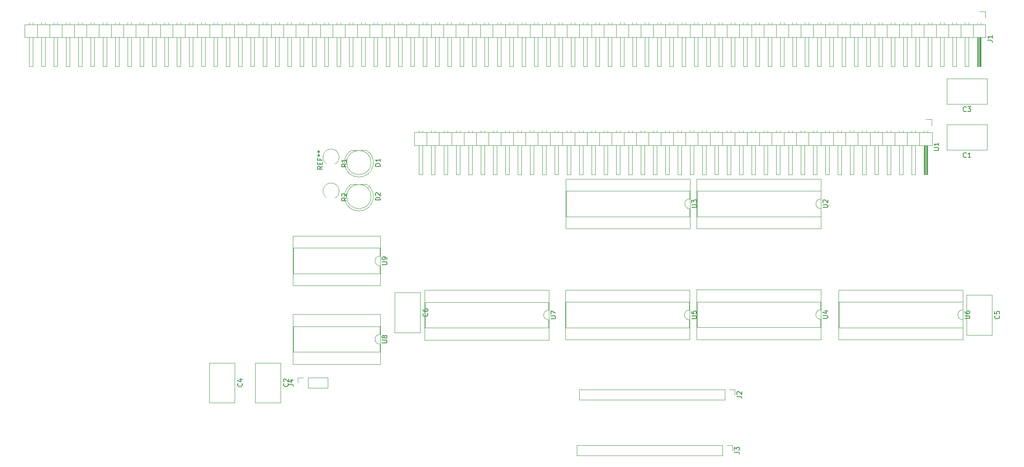
<source format=gbr>
%TF.GenerationSoftware,KiCad,Pcbnew,6.0.1-79c1e3a40b~116~ubuntu21.10.1*%
%TF.CreationDate,2022-02-14T17:39:21+01:00*%
%TF.ProjectId,dual_register,6475616c-5f72-4656-9769-737465722e6b,v.1*%
%TF.SameCoordinates,Original*%
%TF.FileFunction,Legend,Top*%
%TF.FilePolarity,Positive*%
%FSLAX46Y46*%
G04 Gerber Fmt 4.6, Leading zero omitted, Abs format (unit mm)*
G04 Created by KiCad (PCBNEW 6.0.1-79c1e3a40b~116~ubuntu21.10.1) date 2022-02-14 17:39:21*
%MOMM*%
%LPD*%
G01*
G04 APERTURE LIST*
%ADD10C,0.150000*%
%ADD11C,0.120000*%
G04 APERTURE END LIST*
D10*
%TO.C,C5*%
X231667142Y-89696666D02*
X231714761Y-89744285D01*
X231762380Y-89887142D01*
X231762380Y-89982380D01*
X231714761Y-90125238D01*
X231619523Y-90220476D01*
X231524285Y-90268095D01*
X231333809Y-90315714D01*
X231190952Y-90315714D01*
X231000476Y-90268095D01*
X230905238Y-90220476D01*
X230810000Y-90125238D01*
X230762380Y-89982380D01*
X230762380Y-89887142D01*
X230810000Y-89744285D01*
X230857619Y-89696666D01*
X230762380Y-88791904D02*
X230762380Y-89268095D01*
X231238571Y-89315714D01*
X231190952Y-89268095D01*
X231143333Y-89172857D01*
X231143333Y-88934761D01*
X231190952Y-88839523D01*
X231238571Y-88791904D01*
X231333809Y-88744285D01*
X231571904Y-88744285D01*
X231667142Y-88791904D01*
X231714761Y-88839523D01*
X231762380Y-88934761D01*
X231762380Y-89172857D01*
X231714761Y-89268095D01*
X231667142Y-89315714D01*
%TO.C,D1*%
X103972380Y-58763095D02*
X102972380Y-58763095D01*
X102972380Y-58525000D01*
X103020000Y-58382142D01*
X103115238Y-58286904D01*
X103210476Y-58239285D01*
X103400952Y-58191666D01*
X103543809Y-58191666D01*
X103734285Y-58239285D01*
X103829523Y-58286904D01*
X103924761Y-58382142D01*
X103972380Y-58525000D01*
X103972380Y-58763095D01*
X103972380Y-57239285D02*
X103972380Y-57810714D01*
X103972380Y-57525000D02*
X102972380Y-57525000D01*
X103115238Y-57620238D01*
X103210476Y-57715476D01*
X103258095Y-57810714D01*
%TO.C,U1*%
X218244380Y-55512404D02*
X219053904Y-55512404D01*
X219149142Y-55464785D01*
X219196761Y-55417166D01*
X219244380Y-55321928D01*
X219244380Y-55131452D01*
X219196761Y-55036214D01*
X219149142Y-54988595D01*
X219053904Y-54940976D01*
X218244380Y-54940976D01*
X219244380Y-53940976D02*
X219244380Y-54512404D01*
X219244380Y-54226690D02*
X218244380Y-54226690D01*
X218387238Y-54321928D01*
X218482476Y-54417166D01*
X218530095Y-54512404D01*
%TO.C,C1*%
X224893333Y-56887142D02*
X224845714Y-56934761D01*
X224702857Y-56982380D01*
X224607619Y-56982380D01*
X224464761Y-56934761D01*
X224369523Y-56839523D01*
X224321904Y-56744285D01*
X224274285Y-56553809D01*
X224274285Y-56410952D01*
X224321904Y-56220476D01*
X224369523Y-56125238D01*
X224464761Y-56030000D01*
X224607619Y-55982380D01*
X224702857Y-55982380D01*
X224845714Y-56030000D01*
X224893333Y-56077619D01*
X225845714Y-56982380D02*
X225274285Y-56982380D01*
X225560000Y-56982380D02*
X225560000Y-55982380D01*
X225464761Y-56125238D01*
X225369523Y-56220476D01*
X225274285Y-56268095D01*
%TO.C,C2*%
X84917142Y-103696666D02*
X84964761Y-103744285D01*
X85012380Y-103887142D01*
X85012380Y-103982380D01*
X84964761Y-104125238D01*
X84869523Y-104220476D01*
X84774285Y-104268095D01*
X84583809Y-104315714D01*
X84440952Y-104315714D01*
X84250476Y-104268095D01*
X84155238Y-104220476D01*
X84060000Y-104125238D01*
X84012380Y-103982380D01*
X84012380Y-103887142D01*
X84060000Y-103744285D01*
X84107619Y-103696666D01*
X84107619Y-103315714D02*
X84060000Y-103268095D01*
X84012380Y-103172857D01*
X84012380Y-102934761D01*
X84060000Y-102839523D01*
X84107619Y-102791904D01*
X84202857Y-102744285D01*
X84298095Y-102744285D01*
X84440952Y-102791904D01*
X85012380Y-103363333D01*
X85012380Y-102744285D01*
%TO.C,R1*%
X96982380Y-58321666D02*
X96506190Y-58655000D01*
X96982380Y-58893095D02*
X95982380Y-58893095D01*
X95982380Y-58512142D01*
X96030000Y-58416904D01*
X96077619Y-58369285D01*
X96172857Y-58321666D01*
X96315714Y-58321666D01*
X96410952Y-58369285D01*
X96458571Y-58416904D01*
X96506190Y-58512142D01*
X96506190Y-58893095D01*
X96982380Y-57369285D02*
X96982380Y-57940714D01*
X96982380Y-57655000D02*
X95982380Y-57655000D01*
X96125238Y-57750238D01*
X96220476Y-57845476D01*
X96268095Y-57940714D01*
%TO.C,U5*%
X168207380Y-90271904D02*
X169016904Y-90271904D01*
X169112142Y-90224285D01*
X169159761Y-90176666D01*
X169207380Y-90081428D01*
X169207380Y-89890952D01*
X169159761Y-89795714D01*
X169112142Y-89748095D01*
X169016904Y-89700476D01*
X168207380Y-89700476D01*
X168207380Y-88748095D02*
X168207380Y-89224285D01*
X168683571Y-89271904D01*
X168635952Y-89224285D01*
X168588333Y-89129047D01*
X168588333Y-88890952D01*
X168635952Y-88795714D01*
X168683571Y-88748095D01*
X168778809Y-88700476D01*
X169016904Y-88700476D01*
X169112142Y-88748095D01*
X169159761Y-88795714D01*
X169207380Y-88890952D01*
X169207380Y-89129047D01*
X169159761Y-89224285D01*
X169112142Y-89271904D01*
%TO.C,D2*%
X103972380Y-65788095D02*
X102972380Y-65788095D01*
X102972380Y-65550000D01*
X103020000Y-65407142D01*
X103115238Y-65311904D01*
X103210476Y-65264285D01*
X103400952Y-65216666D01*
X103543809Y-65216666D01*
X103734285Y-65264285D01*
X103829523Y-65311904D01*
X103924761Y-65407142D01*
X103972380Y-65550000D01*
X103972380Y-65788095D01*
X103067619Y-64835714D02*
X103020000Y-64788095D01*
X102972380Y-64692857D01*
X102972380Y-64454761D01*
X103020000Y-64359523D01*
X103067619Y-64311904D01*
X103162857Y-64264285D01*
X103258095Y-64264285D01*
X103400952Y-64311904D01*
X103972380Y-64883333D01*
X103972380Y-64264285D01*
%TO.C,C6*%
X113667142Y-89196666D02*
X113714761Y-89244285D01*
X113762380Y-89387142D01*
X113762380Y-89482380D01*
X113714761Y-89625238D01*
X113619523Y-89720476D01*
X113524285Y-89768095D01*
X113333809Y-89815714D01*
X113190952Y-89815714D01*
X113000476Y-89768095D01*
X112905238Y-89720476D01*
X112810000Y-89625238D01*
X112762380Y-89482380D01*
X112762380Y-89387142D01*
X112810000Y-89244285D01*
X112857619Y-89196666D01*
X112762380Y-88339523D02*
X112762380Y-88530000D01*
X112810000Y-88625238D01*
X112857619Y-88672857D01*
X113000476Y-88768095D01*
X113190952Y-88815714D01*
X113571904Y-88815714D01*
X113667142Y-88768095D01*
X113714761Y-88720476D01*
X113762380Y-88625238D01*
X113762380Y-88434761D01*
X113714761Y-88339523D01*
X113667142Y-88291904D01*
X113571904Y-88244285D01*
X113333809Y-88244285D01*
X113238571Y-88291904D01*
X113190952Y-88339523D01*
X113143333Y-88434761D01*
X113143333Y-88625238D01*
X113190952Y-88720476D01*
X113238571Y-88768095D01*
X113333809Y-88815714D01*
%TO.C,U2*%
X195323380Y-67301904D02*
X196132904Y-67301904D01*
X196228142Y-67254285D01*
X196275761Y-67206666D01*
X196323380Y-67111428D01*
X196323380Y-66920952D01*
X196275761Y-66825714D01*
X196228142Y-66778095D01*
X196132904Y-66730476D01*
X195323380Y-66730476D01*
X195418619Y-66301904D02*
X195371000Y-66254285D01*
X195323380Y-66159047D01*
X195323380Y-65920952D01*
X195371000Y-65825714D01*
X195418619Y-65778095D01*
X195513857Y-65730476D01*
X195609095Y-65730476D01*
X195751952Y-65778095D01*
X196323380Y-66349523D01*
X196323380Y-65730476D01*
%TO.C,U6*%
X224617380Y-90251904D02*
X225426904Y-90251904D01*
X225522142Y-90204285D01*
X225569761Y-90156666D01*
X225617380Y-90061428D01*
X225617380Y-89870952D01*
X225569761Y-89775714D01*
X225522142Y-89728095D01*
X225426904Y-89680476D01*
X224617380Y-89680476D01*
X224617380Y-88775714D02*
X224617380Y-88966190D01*
X224665000Y-89061428D01*
X224712619Y-89109047D01*
X224855476Y-89204285D01*
X225045952Y-89251904D01*
X225426904Y-89251904D01*
X225522142Y-89204285D01*
X225569761Y-89156666D01*
X225617380Y-89061428D01*
X225617380Y-88870952D01*
X225569761Y-88775714D01*
X225522142Y-88728095D01*
X225426904Y-88680476D01*
X225188809Y-88680476D01*
X225093571Y-88728095D01*
X225045952Y-88775714D01*
X224998333Y-88870952D01*
X224998333Y-89061428D01*
X225045952Y-89156666D01*
X225093571Y-89204285D01*
X225188809Y-89251904D01*
%TO.C,C4*%
X75417142Y-103696666D02*
X75464761Y-103744285D01*
X75512380Y-103887142D01*
X75512380Y-103982380D01*
X75464761Y-104125238D01*
X75369523Y-104220476D01*
X75274285Y-104268095D01*
X75083809Y-104315714D01*
X74940952Y-104315714D01*
X74750476Y-104268095D01*
X74655238Y-104220476D01*
X74560000Y-104125238D01*
X74512380Y-103982380D01*
X74512380Y-103887142D01*
X74560000Y-103744285D01*
X74607619Y-103696666D01*
X74845714Y-102839523D02*
X75512380Y-102839523D01*
X74464761Y-103077619D02*
X75179047Y-103315714D01*
X75179047Y-102696666D01*
%TO.C,J1*%
X229282380Y-32748333D02*
X229996666Y-32748333D01*
X230139523Y-32795952D01*
X230234761Y-32891190D01*
X230282380Y-33034047D01*
X230282380Y-33129285D01*
X230282380Y-31748333D02*
X230282380Y-32319761D01*
X230282380Y-32034047D02*
X229282380Y-32034047D01*
X229425238Y-32129285D01*
X229520476Y-32224523D01*
X229568095Y-32319761D01*
X92013380Y-58842333D02*
X91537190Y-59175666D01*
X92013380Y-59413761D02*
X91013380Y-59413761D01*
X91013380Y-59032809D01*
X91061000Y-58937571D01*
X91108619Y-58889952D01*
X91203857Y-58842333D01*
X91346714Y-58842333D01*
X91441952Y-58889952D01*
X91489571Y-58937571D01*
X91537190Y-59032809D01*
X91537190Y-59413761D01*
X91489571Y-58413761D02*
X91489571Y-58080428D01*
X92013380Y-57937571D02*
X92013380Y-58413761D01*
X91013380Y-58413761D01*
X91013380Y-57937571D01*
X91489571Y-57175666D02*
X91489571Y-57509000D01*
X92013380Y-57509000D02*
X91013380Y-57509000D01*
X91013380Y-57032809D01*
X91013380Y-56509000D02*
X91251476Y-56509000D01*
X91156238Y-56747095D02*
X91251476Y-56509000D01*
X91156238Y-56270904D01*
X91441952Y-56651857D02*
X91251476Y-56509000D01*
X91441952Y-56366142D01*
X91013380Y-55747095D02*
X91251476Y-55747095D01*
X91156238Y-55985190D02*
X91251476Y-55747095D01*
X91156238Y-55509000D01*
X91441952Y-55889952D02*
X91251476Y-55747095D01*
X91441952Y-55604238D01*
%TO.C,R2*%
X96982380Y-65346666D02*
X96506190Y-65680000D01*
X96982380Y-65918095D02*
X95982380Y-65918095D01*
X95982380Y-65537142D01*
X96030000Y-65441904D01*
X96077619Y-65394285D01*
X96172857Y-65346666D01*
X96315714Y-65346666D01*
X96410952Y-65394285D01*
X96458571Y-65441904D01*
X96506190Y-65537142D01*
X96506190Y-65918095D01*
X96077619Y-64965714D02*
X96030000Y-64918095D01*
X95982380Y-64822857D01*
X95982380Y-64584761D01*
X96030000Y-64489523D01*
X96077619Y-64441904D01*
X96172857Y-64394285D01*
X96268095Y-64394285D01*
X96410952Y-64441904D01*
X96982380Y-65013333D01*
X96982380Y-64394285D01*
%TO.C,J4*%
X85012380Y-103863333D02*
X85726666Y-103863333D01*
X85869523Y-103910952D01*
X85964761Y-104006190D01*
X86012380Y-104149047D01*
X86012380Y-104244285D01*
X85345714Y-102958571D02*
X86012380Y-102958571D01*
X84964761Y-103196666D02*
X85679047Y-103434761D01*
X85679047Y-102815714D01*
%TO.C,U4*%
X195317380Y-90201904D02*
X196126904Y-90201904D01*
X196222142Y-90154285D01*
X196269761Y-90106666D01*
X196317380Y-90011428D01*
X196317380Y-89820952D01*
X196269761Y-89725714D01*
X196222142Y-89678095D01*
X196126904Y-89630476D01*
X195317380Y-89630476D01*
X195650714Y-88725714D02*
X196317380Y-88725714D01*
X195269761Y-88963809D02*
X195984047Y-89201904D01*
X195984047Y-88582857D01*
%TO.C,J3*%
X177072380Y-117863333D02*
X177786666Y-117863333D01*
X177929523Y-117910952D01*
X178024761Y-118006190D01*
X178072380Y-118149047D01*
X178072380Y-118244285D01*
X177072380Y-117482380D02*
X177072380Y-116863333D01*
X177453333Y-117196666D01*
X177453333Y-117053809D01*
X177500952Y-116958571D01*
X177548571Y-116910952D01*
X177643809Y-116863333D01*
X177881904Y-116863333D01*
X177977142Y-116910952D01*
X178024761Y-116958571D01*
X178072380Y-117053809D01*
X178072380Y-117339523D01*
X178024761Y-117434761D01*
X177977142Y-117482380D01*
%TO.C,J2*%
X177572380Y-106363333D02*
X178286666Y-106363333D01*
X178429523Y-106410952D01*
X178524761Y-106506190D01*
X178572380Y-106649047D01*
X178572380Y-106744285D01*
X177667619Y-105934761D02*
X177620000Y-105887142D01*
X177572380Y-105791904D01*
X177572380Y-105553809D01*
X177620000Y-105458571D01*
X177667619Y-105410952D01*
X177762857Y-105363333D01*
X177858095Y-105363333D01*
X178000952Y-105410952D01*
X178572380Y-105982380D01*
X178572380Y-105363333D01*
%TO.C,U9*%
X104342380Y-79101904D02*
X105151904Y-79101904D01*
X105247142Y-79054285D01*
X105294761Y-79006666D01*
X105342380Y-78911428D01*
X105342380Y-78720952D01*
X105294761Y-78625714D01*
X105247142Y-78578095D01*
X105151904Y-78530476D01*
X104342380Y-78530476D01*
X105342380Y-78006666D02*
X105342380Y-77816190D01*
X105294761Y-77720952D01*
X105247142Y-77673333D01*
X105104285Y-77578095D01*
X104913809Y-77530476D01*
X104532857Y-77530476D01*
X104437619Y-77578095D01*
X104390000Y-77625714D01*
X104342380Y-77720952D01*
X104342380Y-77911428D01*
X104390000Y-78006666D01*
X104437619Y-78054285D01*
X104532857Y-78101904D01*
X104770952Y-78101904D01*
X104866190Y-78054285D01*
X104913809Y-78006666D01*
X104961428Y-77911428D01*
X104961428Y-77720952D01*
X104913809Y-77625714D01*
X104866190Y-77578095D01*
X104770952Y-77530476D01*
%TO.C,U7*%
X139157380Y-90291904D02*
X139966904Y-90291904D01*
X140062142Y-90244285D01*
X140109761Y-90196666D01*
X140157380Y-90101428D01*
X140157380Y-89910952D01*
X140109761Y-89815714D01*
X140062142Y-89768095D01*
X139966904Y-89720476D01*
X139157380Y-89720476D01*
X139157380Y-89339523D02*
X139157380Y-88672857D01*
X140157380Y-89101428D01*
%TO.C,U3*%
X168267380Y-67301904D02*
X169076904Y-67301904D01*
X169172142Y-67254285D01*
X169219761Y-67206666D01*
X169267380Y-67111428D01*
X169267380Y-66920952D01*
X169219761Y-66825714D01*
X169172142Y-66778095D01*
X169076904Y-66730476D01*
X168267380Y-66730476D01*
X168267380Y-66349523D02*
X168267380Y-65730476D01*
X168648333Y-66063809D01*
X168648333Y-65920952D01*
X168695952Y-65825714D01*
X168743571Y-65778095D01*
X168838809Y-65730476D01*
X169076904Y-65730476D01*
X169172142Y-65778095D01*
X169219761Y-65825714D01*
X169267380Y-65920952D01*
X169267380Y-66206666D01*
X169219761Y-66301904D01*
X169172142Y-66349523D01*
%TO.C,U8*%
X104342380Y-95301904D02*
X105151904Y-95301904D01*
X105247142Y-95254285D01*
X105294761Y-95206666D01*
X105342380Y-95111428D01*
X105342380Y-94920952D01*
X105294761Y-94825714D01*
X105247142Y-94778095D01*
X105151904Y-94730476D01*
X104342380Y-94730476D01*
X104770952Y-94111428D02*
X104723333Y-94206666D01*
X104675714Y-94254285D01*
X104580476Y-94301904D01*
X104532857Y-94301904D01*
X104437619Y-94254285D01*
X104390000Y-94206666D01*
X104342380Y-94111428D01*
X104342380Y-93920952D01*
X104390000Y-93825714D01*
X104437619Y-93778095D01*
X104532857Y-93730476D01*
X104580476Y-93730476D01*
X104675714Y-93778095D01*
X104723333Y-93825714D01*
X104770952Y-93920952D01*
X104770952Y-94111428D01*
X104818571Y-94206666D01*
X104866190Y-94254285D01*
X104961428Y-94301904D01*
X105151904Y-94301904D01*
X105247142Y-94254285D01*
X105294761Y-94206666D01*
X105342380Y-94111428D01*
X105342380Y-93920952D01*
X105294761Y-93825714D01*
X105247142Y-93778095D01*
X105151904Y-93730476D01*
X104961428Y-93730476D01*
X104866190Y-93778095D01*
X104818571Y-93825714D01*
X104770952Y-93920952D01*
%TO.C,C3*%
X224893333Y-47387142D02*
X224845714Y-47434761D01*
X224702857Y-47482380D01*
X224607619Y-47482380D01*
X224464761Y-47434761D01*
X224369523Y-47339523D01*
X224321904Y-47244285D01*
X224274285Y-47053809D01*
X224274285Y-46910952D01*
X224321904Y-46720476D01*
X224369523Y-46625238D01*
X224464761Y-46530000D01*
X224607619Y-46482380D01*
X224702857Y-46482380D01*
X224845714Y-46530000D01*
X224893333Y-46577619D01*
X225226666Y-46482380D02*
X225845714Y-46482380D01*
X225512380Y-46863333D01*
X225655238Y-46863333D01*
X225750476Y-46910952D01*
X225798095Y-46958571D01*
X225845714Y-47053809D01*
X225845714Y-47291904D01*
X225798095Y-47387142D01*
X225750476Y-47434761D01*
X225655238Y-47482380D01*
X225369523Y-47482380D01*
X225274285Y-47434761D01*
X225226666Y-47387142D01*
D11*
%TO.C,C5*%
X224940000Y-85410000D02*
X224940000Y-93650000D01*
X230180000Y-85410000D02*
X230180000Y-93650000D01*
X230180000Y-93650000D02*
X224940000Y-93650000D01*
X230180000Y-85410000D02*
X224940000Y-85410000D01*
%TO.C,D1*%
X101105000Y-55465000D02*
X98015000Y-55465000D01*
X99559538Y-61015000D02*
G75*
G03*
X101104830Y-55465000I462J2990000D01*
G01*
X98015170Y-55465000D02*
G75*
G03*
X99560462Y-61015000I1544830J-2560000D01*
G01*
X102060000Y-58025000D02*
G75*
G03*
X102060000Y-58025000I-2500000J0D01*
G01*
%TO.C,U1*%
X140702000Y-51408429D02*
X140702000Y-51805500D01*
X207632000Y-51805500D02*
X207632000Y-54465500D01*
X183122000Y-60465500D02*
X183122000Y-54465500D01*
X172072000Y-51805500D02*
X172072000Y-54465500D01*
X196582000Y-51408429D02*
X196582000Y-51805500D01*
X132322000Y-51408429D02*
X132322000Y-51805500D01*
X213602000Y-51408429D02*
X213602000Y-51805500D01*
X128002000Y-54465500D02*
X128002000Y-60465500D01*
X159372000Y-51805500D02*
X159372000Y-54465500D01*
X139942000Y-60465500D02*
X139942000Y-54465500D01*
X155182000Y-60465500D02*
X155182000Y-54465500D01*
X112695960Y-51408429D02*
X112695960Y-51805500D01*
X181342000Y-60465500D02*
X180582000Y-60465500D01*
X112695960Y-54465500D02*
X112695960Y-60465500D01*
X163562000Y-51408429D02*
X163562000Y-51805500D01*
X143242000Y-51408429D02*
X143242000Y-51805500D01*
X216242000Y-54465500D02*
X216242000Y-60465500D01*
X195822000Y-51408429D02*
X195822000Y-51805500D01*
X168642000Y-51408429D02*
X168642000Y-51805500D01*
X216362000Y-54465500D02*
X216362000Y-60465500D01*
X168642000Y-60465500D02*
X167882000Y-60465500D01*
X147562000Y-51408429D02*
X147562000Y-51805500D01*
X185662000Y-60465500D02*
X185662000Y-54465500D01*
X165342000Y-51408429D02*
X165342000Y-51805500D01*
X209282000Y-54465500D02*
X209282000Y-60465500D01*
X196582000Y-60465500D02*
X195822000Y-60465500D01*
X163562000Y-54465500D02*
X163562000Y-60465500D01*
X134862000Y-60465500D02*
X134862000Y-54465500D01*
X203442000Y-51408429D02*
X203442000Y-51805500D01*
X186422000Y-54465500D02*
X186422000Y-60465500D01*
X180582000Y-60465500D02*
X180582000Y-54465500D01*
X178802000Y-54465500D02*
X178802000Y-60465500D01*
X128892000Y-51805500D02*
X128892000Y-54465500D01*
X191502000Y-54465500D02*
X191502000Y-60465500D01*
X198362000Y-60465500D02*
X198362000Y-54465500D01*
X155182000Y-51408429D02*
X155182000Y-51805500D01*
X188962000Y-54465500D02*
X188962000Y-60465500D01*
X155942000Y-60465500D02*
X155182000Y-60465500D01*
X145022000Y-60465500D02*
X145022000Y-54465500D01*
X145782000Y-60465500D02*
X145022000Y-60465500D01*
X177152000Y-51805500D02*
X177152000Y-54465500D01*
X145022000Y-51408429D02*
X145022000Y-51805500D01*
X178802000Y-60465500D02*
X178042000Y-60465500D01*
X150862000Y-60465500D02*
X150102000Y-60465500D01*
X204202000Y-51408429D02*
X204202000Y-51805500D01*
X128002000Y-60465500D02*
X127242000Y-60465500D01*
X160262000Y-51408429D02*
X160262000Y-51805500D01*
X166102000Y-60465500D02*
X165342000Y-60465500D01*
X193282000Y-51408429D02*
X193282000Y-51805500D01*
X176262000Y-51408429D02*
X176262000Y-51805500D01*
X111045960Y-51805500D02*
X111045960Y-54465500D01*
X171182000Y-54465500D02*
X171182000Y-60465500D01*
X188962000Y-60465500D02*
X188202000Y-60465500D01*
X111935960Y-51408429D02*
X111935960Y-51805500D01*
X122922000Y-51408429D02*
X122922000Y-51805500D01*
X131432000Y-51805500D02*
X131432000Y-54465500D01*
X138162000Y-51408429D02*
X138162000Y-51805500D01*
X137402000Y-60465500D02*
X137402000Y-54465500D01*
X158482000Y-60465500D02*
X157722000Y-60465500D01*
X163562000Y-60465500D02*
X162802000Y-60465500D01*
X181342000Y-51408429D02*
X181342000Y-51805500D01*
X150102000Y-60465500D02*
X150102000Y-54465500D01*
X217852000Y-51805500D02*
X111045960Y-51805500D01*
X124702000Y-60465500D02*
X124702000Y-54465500D01*
X117842000Y-60465500D02*
X117082000Y-60465500D01*
X187312000Y-51805500D02*
X187312000Y-54465500D01*
X134862000Y-51408429D02*
X134862000Y-51805500D01*
X162802000Y-51408429D02*
X162802000Y-51805500D01*
X189852000Y-51805500D02*
X189852000Y-54465500D01*
X149212000Y-51805500D02*
X149212000Y-54465500D01*
X142482000Y-60465500D02*
X142482000Y-54465500D01*
X145782000Y-51408429D02*
X145782000Y-51805500D01*
X167882000Y-60465500D02*
X167882000Y-54465500D01*
X115235960Y-60465500D02*
X114475960Y-60465500D01*
X206742000Y-54465500D02*
X206742000Y-60465500D01*
X122162000Y-51408429D02*
X122162000Y-51805500D01*
X150102000Y-51408429D02*
X150102000Y-51805500D01*
X173722000Y-51408429D02*
X173722000Y-51805500D01*
X115235960Y-54465500D02*
X115235960Y-60465500D01*
X120382000Y-60465500D02*
X119622000Y-60465500D01*
X178042000Y-51408429D02*
X178042000Y-51805500D01*
X138162000Y-54465500D02*
X138162000Y-60465500D01*
X152642000Y-51408429D02*
X152642000Y-51805500D01*
X150862000Y-51408429D02*
X150862000Y-51805500D01*
X135622000Y-60465500D02*
X134862000Y-60465500D01*
X138162000Y-60465500D02*
X137402000Y-60465500D01*
X153402000Y-54465500D02*
X153402000Y-60465500D01*
X161022000Y-54465500D02*
X161022000Y-60465500D01*
X211822000Y-51408429D02*
X211822000Y-51805500D01*
X157722000Y-51408429D02*
X157722000Y-51805500D01*
X113585960Y-51805500D02*
X113585960Y-54465500D01*
X166992000Y-51805500D02*
X166992000Y-54465500D01*
X216142000Y-60465500D02*
X216142000Y-54465500D01*
X201662000Y-60465500D02*
X200902000Y-60465500D01*
X136512000Y-51805500D02*
X136512000Y-54465500D01*
X120382000Y-54465500D02*
X120382000Y-60465500D01*
X117082000Y-60465500D02*
X117082000Y-54465500D01*
X144132000Y-51805500D02*
X144132000Y-54465500D01*
X171182000Y-60465500D02*
X170422000Y-60465500D01*
X173722000Y-60465500D02*
X172962000Y-60465500D01*
X125462000Y-51408429D02*
X125462000Y-51805500D01*
X201662000Y-51408429D02*
X201662000Y-51805500D01*
X173722000Y-54465500D02*
X173722000Y-60465500D01*
X203442000Y-60465500D02*
X203442000Y-54465500D01*
X208522000Y-51408429D02*
X208522000Y-51805500D01*
X122922000Y-60465500D02*
X122162000Y-60465500D01*
X184772000Y-51805500D02*
X184772000Y-54465500D01*
X116125960Y-51805500D02*
X116125960Y-54465500D01*
X200902000Y-51408429D02*
X200902000Y-51805500D01*
X178042000Y-60465500D02*
X178042000Y-54465500D01*
X119622000Y-51408429D02*
X119622000Y-51805500D01*
X139052000Y-51805500D02*
X139052000Y-54465500D01*
X129782000Y-51408429D02*
X129782000Y-51805500D01*
X117842000Y-54465500D02*
X117842000Y-60465500D01*
X133082000Y-60465500D02*
X132322000Y-60465500D01*
X197472000Y-51805500D02*
X197472000Y-54465500D01*
X170422000Y-51408429D02*
X170422000Y-51805500D01*
X195822000Y-60465500D02*
X195822000Y-54465500D01*
X199122000Y-54465500D02*
X199122000Y-60465500D01*
X176262000Y-60465500D02*
X175502000Y-60465500D01*
X130542000Y-54465500D02*
X130542000Y-60465500D01*
X172962000Y-51408429D02*
X172962000Y-51805500D01*
X188202000Y-51408429D02*
X188202000Y-51805500D01*
X148322000Y-60465500D02*
X147562000Y-60465500D01*
X216602000Y-54465500D02*
X216602000Y-60465500D01*
X141592000Y-51805500D02*
X141592000Y-54465500D01*
X176262000Y-54465500D02*
X176262000Y-60465500D01*
X190742000Y-51408429D02*
X190742000Y-51805500D01*
X183882000Y-60465500D02*
X183122000Y-60465500D01*
X200902000Y-60465500D02*
X200902000Y-54465500D01*
X143242000Y-54465500D02*
X143242000Y-60465500D01*
X171182000Y-51408429D02*
X171182000Y-51805500D01*
X117082000Y-51408429D02*
X117082000Y-51805500D01*
X158482000Y-54465500D02*
X158482000Y-60465500D01*
X191502000Y-51408429D02*
X191502000Y-51805500D01*
X175502000Y-51408429D02*
X175502000Y-51805500D01*
X178802000Y-51408429D02*
X178802000Y-51805500D01*
X146672000Y-51805500D02*
X146672000Y-54465500D01*
X211062000Y-51408429D02*
X211062000Y-51805500D01*
X183882000Y-51408429D02*
X183882000Y-51805500D01*
X181342000Y-54465500D02*
X181342000Y-60465500D01*
X211822000Y-60465500D02*
X211062000Y-60465500D01*
X167882000Y-51408429D02*
X167882000Y-51805500D01*
X156832000Y-51805500D02*
X156832000Y-54465500D01*
X127242000Y-51408429D02*
X127242000Y-51805500D01*
X213602000Y-60465500D02*
X213602000Y-54465500D01*
X170422000Y-60465500D02*
X170422000Y-54465500D01*
X172962000Y-60465500D02*
X172962000Y-54465500D01*
X210172000Y-51805500D02*
X210172000Y-54465500D01*
X160262000Y-60465500D02*
X160262000Y-54465500D01*
X214362000Y-60465500D02*
X213602000Y-60465500D01*
X133082000Y-51408429D02*
X133082000Y-51805500D01*
X206742000Y-51408429D02*
X206742000Y-51805500D01*
X130542000Y-60465500D02*
X129782000Y-60465500D01*
X188202000Y-60465500D02*
X188202000Y-54465500D01*
X118732000Y-51805500D02*
X118732000Y-54465500D01*
X135622000Y-51408429D02*
X135622000Y-51805500D01*
X208522000Y-60465500D02*
X208522000Y-54465500D01*
X216522000Y-49095500D02*
X217792000Y-49095500D01*
X191502000Y-60465500D02*
X190742000Y-60465500D01*
X112695960Y-60465500D02*
X111935960Y-60465500D01*
X190742000Y-60465500D02*
X190742000Y-54465500D01*
X148322000Y-54465500D02*
X148322000Y-60465500D01*
X216842000Y-54465500D02*
X216842000Y-60465500D01*
X212712000Y-51805500D02*
X212712000Y-54465500D01*
X145782000Y-54465500D02*
X145782000Y-60465500D01*
X200012000Y-51805500D02*
X200012000Y-54465500D01*
X205092000Y-51805500D02*
X205092000Y-54465500D01*
X194042000Y-60465500D02*
X193282000Y-60465500D01*
X125462000Y-60465500D02*
X124702000Y-60465500D01*
X204202000Y-54465500D02*
X204202000Y-60465500D01*
X152642000Y-60465500D02*
X152642000Y-54465500D01*
X122922000Y-54465500D02*
X122922000Y-60465500D01*
X155942000Y-51408429D02*
X155942000Y-51805500D01*
X129782000Y-60465500D02*
X129782000Y-54465500D01*
X123812000Y-51805500D02*
X123812000Y-54465500D01*
X128002000Y-51408429D02*
X128002000Y-51805500D01*
X211822000Y-54465500D02*
X211822000Y-60465500D01*
X120382000Y-51408429D02*
X120382000Y-51805500D01*
X179692000Y-51805500D02*
X179692000Y-54465500D01*
X139942000Y-51408429D02*
X139942000Y-51805500D01*
X193282000Y-60465500D02*
X193282000Y-54465500D01*
X199122000Y-60465500D02*
X198362000Y-60465500D01*
X192392000Y-51805500D02*
X192392000Y-54465500D01*
X140702000Y-60465500D02*
X139942000Y-60465500D01*
X194932000Y-51805500D02*
X194932000Y-54465500D01*
X211062000Y-60465500D02*
X211062000Y-54465500D01*
X209282000Y-60465500D02*
X208522000Y-60465500D01*
X205982000Y-60465500D02*
X205982000Y-54465500D01*
X204202000Y-60465500D02*
X203442000Y-60465500D01*
X206742000Y-60465500D02*
X205982000Y-60465500D01*
X199122000Y-51408429D02*
X199122000Y-51805500D01*
X114475960Y-60465500D02*
X114475960Y-54465500D01*
X216902000Y-51475500D02*
X216902000Y-51805500D01*
X142482000Y-51408429D02*
X142482000Y-51805500D01*
X140702000Y-54465500D02*
X140702000Y-60465500D01*
X183122000Y-51408429D02*
X183122000Y-51805500D01*
X186422000Y-60465500D02*
X185662000Y-60465500D01*
X194042000Y-54465500D02*
X194042000Y-60465500D01*
X164452000Y-51805500D02*
X164452000Y-54465500D01*
X143242000Y-60465500D02*
X142482000Y-60465500D01*
X169532000Y-51805500D02*
X169532000Y-54465500D01*
X180582000Y-51408429D02*
X180582000Y-51805500D01*
X174612000Y-51805500D02*
X174612000Y-54465500D01*
X135622000Y-54465500D02*
X135622000Y-60465500D01*
X183882000Y-54465500D02*
X183882000Y-60465500D01*
X165342000Y-60465500D02*
X165342000Y-54465500D01*
X121272000Y-51805500D02*
X121272000Y-54465500D01*
X161022000Y-51408429D02*
X161022000Y-51805500D01*
X122162000Y-60465500D02*
X122162000Y-54465500D01*
X194042000Y-51408429D02*
X194042000Y-51805500D01*
X126352000Y-51805500D02*
X126352000Y-54465500D01*
X175502000Y-60465500D02*
X175502000Y-54465500D01*
X124702000Y-51408429D02*
X124702000Y-51805500D01*
X216902000Y-54465500D02*
X216902000Y-60465500D01*
X117842000Y-51408429D02*
X117842000Y-51805500D01*
X215252000Y-51805500D02*
X215252000Y-54465500D01*
X214362000Y-51408429D02*
X214362000Y-51805500D01*
X158482000Y-51408429D02*
X158482000Y-51805500D01*
X209282000Y-51408429D02*
X209282000Y-51805500D01*
X154292000Y-51805500D02*
X154292000Y-54465500D01*
X217852000Y-54465500D02*
X217852000Y-51805500D01*
X202552000Y-51805500D02*
X202552000Y-54465500D01*
X151752000Y-51805500D02*
X151752000Y-54465500D01*
X216482000Y-54465500D02*
X216482000Y-60465500D01*
X201662000Y-54465500D02*
X201662000Y-60465500D01*
X182232000Y-51805500D02*
X182232000Y-54465500D01*
X148322000Y-51408429D02*
X148322000Y-51805500D01*
X217792000Y-49095500D02*
X217792000Y-50365500D01*
X166102000Y-54465500D02*
X166102000Y-60465500D01*
X162802000Y-60465500D02*
X162802000Y-54465500D01*
X147562000Y-60465500D02*
X147562000Y-54465500D01*
X137402000Y-51408429D02*
X137402000Y-51805500D01*
X216722000Y-54465500D02*
X216722000Y-60465500D01*
X130542000Y-51408429D02*
X130542000Y-51805500D01*
X216902000Y-60465500D02*
X216142000Y-60465500D01*
X132322000Y-60465500D02*
X132322000Y-54465500D01*
X127242000Y-60465500D02*
X127242000Y-54465500D01*
X168642000Y-54465500D02*
X168642000Y-60465500D01*
X115235960Y-51408429D02*
X115235960Y-51805500D01*
X205982000Y-51408429D02*
X205982000Y-51805500D01*
X133972000Y-51805500D02*
X133972000Y-54465500D01*
X111045960Y-54465500D02*
X217852000Y-54465500D01*
X185662000Y-51408429D02*
X185662000Y-51805500D01*
X161912000Y-51805500D02*
X161912000Y-54465500D01*
X155942000Y-54465500D02*
X155942000Y-60465500D01*
X133082000Y-54465500D02*
X133082000Y-60465500D01*
X161022000Y-60465500D02*
X160262000Y-60465500D01*
X114475960Y-51408429D02*
X114475960Y-51805500D01*
X188962000Y-51408429D02*
X188962000Y-51805500D01*
X198362000Y-51408429D02*
X198362000Y-51805500D01*
X153402000Y-60465500D02*
X152642000Y-60465500D01*
X216142000Y-51475500D02*
X216142000Y-51805500D01*
X166102000Y-51408429D02*
X166102000Y-51805500D01*
X196582000Y-54465500D02*
X196582000Y-60465500D01*
X119622000Y-60465500D02*
X119622000Y-54465500D01*
X150862000Y-54465500D02*
X150862000Y-60465500D01*
X111935960Y-60465500D02*
X111935960Y-54465500D01*
X214362000Y-54465500D02*
X214362000Y-60465500D01*
X153402000Y-51408429D02*
X153402000Y-51805500D01*
X157722000Y-60465500D02*
X157722000Y-54465500D01*
X186422000Y-51408429D02*
X186422000Y-51805500D01*
X125462000Y-54465500D02*
X125462000Y-60465500D01*
%TO.C,C1*%
X229180000Y-50160000D02*
X220940000Y-50160000D01*
X220940000Y-55400000D02*
X220940000Y-50160000D01*
X229180000Y-55400000D02*
X229180000Y-50160000D01*
X229180000Y-55400000D02*
X220940000Y-55400000D01*
%TO.C,C2*%
X83430000Y-107650000D02*
X78190000Y-107650000D01*
X78190000Y-99410000D02*
X78190000Y-107650000D01*
X83430000Y-99410000D02*
X78190000Y-99410000D01*
X83430000Y-99410000D02*
X83430000Y-107650000D01*
%TO.C,R1*%
X94610000Y-58338272D02*
G75*
G03*
X92838620Y-58229775I-800000J1453272D01*
G01*
%TO.C,U5*%
X167755000Y-92160000D02*
X167755000Y-90510000D01*
X167755000Y-88510000D02*
X167755000Y-86860000D01*
X167755000Y-86860000D02*
X142235000Y-86860000D01*
X142235000Y-86860000D02*
X142235000Y-92160000D01*
X167815000Y-84370000D02*
X142175000Y-84370000D01*
X167815000Y-94650000D02*
X167815000Y-84370000D01*
X142235000Y-92160000D02*
X167755000Y-92160000D01*
X142175000Y-94650000D02*
X167815000Y-94650000D01*
X142175000Y-84370000D02*
X142175000Y-94650000D01*
X167755000Y-88510000D02*
G75*
G03*
X167755000Y-90510000I0J-1000000D01*
G01*
%TO.C,D2*%
X101105000Y-62490000D02*
X98015000Y-62490000D01*
X99559538Y-68040000D02*
G75*
G03*
X101104830Y-62490000I462J2990000D01*
G01*
X98015170Y-62490000D02*
G75*
G03*
X99560462Y-68040000I1544830J-2560000D01*
G01*
X102060000Y-65050000D02*
G75*
G03*
X102060000Y-65050000I-2500000J0D01*
G01*
%TO.C,C6*%
X112180000Y-84910000D02*
X112180000Y-93150000D01*
X112180000Y-84910000D02*
X106940000Y-84910000D01*
X106940000Y-84910000D02*
X106940000Y-93150000D01*
X112180000Y-93150000D02*
X106940000Y-93150000D01*
%TO.C,U2*%
X169351000Y-69190000D02*
X194871000Y-69190000D01*
X194931000Y-71680000D02*
X194931000Y-61400000D01*
X169291000Y-61400000D02*
X169291000Y-71680000D01*
X169351000Y-63890000D02*
X169351000Y-69190000D01*
X194871000Y-65540000D02*
X194871000Y-63890000D01*
X169291000Y-71680000D02*
X194931000Y-71680000D01*
X194871000Y-63890000D02*
X169351000Y-63890000D01*
X194931000Y-61400000D02*
X169291000Y-61400000D01*
X194871000Y-69190000D02*
X194871000Y-67540000D01*
X194871000Y-65540000D02*
G75*
G03*
X194871000Y-67540000I0J-1000000D01*
G01*
%TO.C,U6*%
X224165000Y-92140000D02*
X224165000Y-90490000D01*
X224225000Y-94630000D02*
X224225000Y-84350000D01*
X198585000Y-84350000D02*
X198585000Y-94630000D01*
X224165000Y-88490000D02*
X224165000Y-86840000D01*
X198645000Y-86840000D02*
X198645000Y-92140000D01*
X224165000Y-86840000D02*
X198645000Y-86840000D01*
X198585000Y-94630000D02*
X224225000Y-94630000D01*
X198645000Y-92140000D02*
X224165000Y-92140000D01*
X224225000Y-84350000D02*
X198585000Y-84350000D01*
X224165000Y-88490000D02*
G75*
G03*
X224165000Y-90490000I0J-1000000D01*
G01*
%TO.C,C4*%
X73930000Y-107650000D02*
X68690000Y-107650000D01*
X68690000Y-99410000D02*
X68690000Y-107650000D01*
X73930000Y-99410000D02*
X73930000Y-107650000D01*
X73930000Y-99410000D02*
X68690000Y-99410000D01*
%TO.C,J1*%
X161900000Y-29072929D02*
X161900000Y-29470000D01*
X189080000Y-29072929D02*
X189080000Y-29470000D01*
X56043960Y-29470000D02*
X56043960Y-32130000D01*
X181460000Y-29072929D02*
X181460000Y-29470000D01*
X118653960Y-32130000D02*
X118653960Y-38130000D01*
X90713960Y-29072929D02*
X90713960Y-29470000D01*
X49313960Y-29072929D02*
X49313960Y-29470000D01*
X171300000Y-38130000D02*
X171300000Y-32130000D01*
X57693960Y-32130000D02*
X57693960Y-38130000D01*
X224640000Y-29072929D02*
X224640000Y-29470000D01*
X184760000Y-38130000D02*
X184000000Y-38130000D01*
X220320000Y-38130000D02*
X219560000Y-38130000D01*
X146660000Y-32130000D02*
X146660000Y-38130000D01*
X98333960Y-29072929D02*
X98333960Y-29470000D01*
X125513960Y-38130000D02*
X125513960Y-32130000D01*
X44233960Y-29072929D02*
X44233960Y-29470000D01*
X204320000Y-29072929D02*
X204320000Y-29470000D01*
X212700000Y-32130000D02*
X212700000Y-38130000D01*
X116113960Y-32130000D02*
X116113960Y-38130000D01*
X109383960Y-29470000D02*
X109383960Y-32130000D01*
X67853960Y-29072929D02*
X67853960Y-29470000D01*
X162790000Y-29470000D02*
X162790000Y-32130000D01*
X194920000Y-29072929D02*
X194920000Y-29470000D01*
X105953960Y-29072929D02*
X105953960Y-29470000D01*
X159360000Y-32130000D02*
X159360000Y-38130000D01*
X133200000Y-29072929D02*
X133200000Y-29470000D01*
X64553960Y-29072929D02*
X64553960Y-29470000D01*
X172950000Y-29470000D02*
X172950000Y-32130000D01*
X84873960Y-29072929D02*
X84873960Y-29470000D01*
X205080000Y-32130000D02*
X205080000Y-38130000D01*
X69633960Y-29072929D02*
X69633960Y-29470000D01*
X152630000Y-29470000D02*
X152630000Y-32130000D01*
X222860000Y-38130000D02*
X222100000Y-38130000D01*
X135740000Y-29072929D02*
X135740000Y-29470000D01*
X149200000Y-29072929D02*
X149200000Y-29470000D01*
X37373960Y-38130000D02*
X36613960Y-38130000D01*
X70393960Y-32130000D02*
X70393960Y-38130000D01*
X227760000Y-32130000D02*
X227760000Y-38130000D01*
X126273960Y-38130000D02*
X125513960Y-38130000D01*
X105193960Y-29072929D02*
X105193960Y-29470000D01*
X164440000Y-29072929D02*
X164440000Y-29470000D01*
X39913960Y-29072929D02*
X39913960Y-29470000D01*
X146660000Y-29072929D02*
X146660000Y-29470000D01*
X202540000Y-38130000D02*
X201780000Y-38130000D01*
X32293960Y-29072929D02*
X32293960Y-29470000D01*
X70393960Y-29072929D02*
X70393960Y-29470000D01*
X123733960Y-38130000D02*
X122973960Y-38130000D01*
X218670000Y-29470000D02*
X218670000Y-32130000D01*
X228830000Y-26760000D02*
X228830000Y-28030000D01*
X206860000Y-38130000D02*
X206860000Y-32130000D01*
X134850000Y-29470000D02*
X134850000Y-32130000D01*
X121193960Y-38130000D02*
X120433960Y-38130000D01*
X154280000Y-29072929D02*
X154280000Y-29470000D01*
X159360000Y-29072929D02*
X159360000Y-29470000D01*
X108493960Y-38130000D02*
X107733960Y-38130000D01*
X119543960Y-29470000D02*
X119543960Y-32130000D01*
X65313960Y-29072929D02*
X65313960Y-29470000D01*
X67853960Y-32130000D02*
X67853960Y-38130000D01*
X71283960Y-29470000D02*
X71283960Y-32130000D01*
X227180000Y-38130000D02*
X227180000Y-32130000D01*
X195810000Y-29470000D02*
X195810000Y-32130000D01*
X208510000Y-29470000D02*
X208510000Y-32130000D01*
X85633960Y-32130000D02*
X85633960Y-38130000D01*
X72173960Y-29072929D02*
X72173960Y-29470000D01*
X111033960Y-29072929D02*
X111033960Y-29470000D01*
X201780000Y-38130000D02*
X201780000Y-32130000D01*
X120433960Y-38130000D02*
X120433960Y-32130000D01*
X37373960Y-32130000D02*
X37373960Y-38130000D01*
X173840000Y-38130000D02*
X173840000Y-32130000D01*
X176380000Y-29072929D02*
X176380000Y-29470000D01*
X227940000Y-29140000D02*
X227940000Y-29470000D01*
X222860000Y-32130000D02*
X222860000Y-38130000D01*
X62773960Y-38130000D02*
X62013960Y-38130000D01*
X227940000Y-38130000D02*
X227180000Y-38130000D01*
X178030000Y-29470000D02*
X178030000Y-32130000D01*
X206860000Y-29072929D02*
X206860000Y-29470000D01*
X47533960Y-38130000D02*
X46773960Y-38130000D01*
X136500000Y-38130000D02*
X135740000Y-38130000D01*
X228890000Y-29470000D02*
X30583960Y-29470000D01*
X86523960Y-29470000D02*
X86523960Y-32130000D01*
X128120000Y-38130000D02*
X128120000Y-32130000D01*
X31533960Y-38130000D02*
X31533960Y-32130000D01*
X108493960Y-29072929D02*
X108493960Y-29470000D01*
X78013960Y-29072929D02*
X78013960Y-29470000D01*
X139040000Y-38130000D02*
X138280000Y-38130000D01*
X222100000Y-38130000D02*
X222100000Y-32130000D01*
X156060000Y-29072929D02*
X156060000Y-29470000D01*
X100873960Y-29072929D02*
X100873960Y-29470000D01*
X57693960Y-38130000D02*
X56933960Y-38130000D01*
X103413960Y-32130000D02*
X103413960Y-38130000D01*
X70393960Y-38130000D02*
X69633960Y-38130000D01*
X186540000Y-29072929D02*
X186540000Y-29470000D01*
X112813960Y-29072929D02*
X112813960Y-29470000D01*
X188190000Y-29470000D02*
X188190000Y-32130000D01*
X113573960Y-38130000D02*
X112813960Y-38130000D01*
X207620000Y-32130000D02*
X207620000Y-38130000D01*
X113573960Y-32130000D02*
X113573960Y-38130000D01*
X65313960Y-32130000D02*
X65313960Y-38130000D01*
X131420000Y-32130000D02*
X131420000Y-38130000D01*
X203430000Y-29470000D02*
X203430000Y-32130000D01*
X207620000Y-29072929D02*
X207620000Y-29470000D01*
X219560000Y-29072929D02*
X219560000Y-29470000D01*
X145010000Y-29470000D02*
X145010000Y-32130000D01*
X41693960Y-29072929D02*
X41693960Y-29470000D01*
X90713960Y-32130000D02*
X90713960Y-38130000D01*
X85633960Y-29072929D02*
X85633960Y-29470000D01*
X76363960Y-29470000D02*
X76363960Y-32130000D01*
X117893960Y-29072929D02*
X117893960Y-29470000D01*
X31533960Y-29072929D02*
X31533960Y-29470000D01*
X118653960Y-38130000D02*
X117893960Y-38130000D01*
X112813960Y-38130000D02*
X112813960Y-32130000D01*
X215240000Y-29072929D02*
X215240000Y-29470000D01*
X174600000Y-29072929D02*
X174600000Y-29470000D01*
X34833960Y-38130000D02*
X34073960Y-38130000D01*
X60233960Y-29072929D02*
X60233960Y-29470000D01*
X202540000Y-29072929D02*
X202540000Y-29470000D01*
X128880000Y-38130000D02*
X128120000Y-38130000D01*
X116113960Y-29072929D02*
X116113960Y-29470000D01*
X75473960Y-32130000D02*
X75473960Y-38130000D01*
X138280000Y-38130000D02*
X138280000Y-32130000D01*
X57693960Y-29072929D02*
X57693960Y-29470000D01*
X36613960Y-38130000D02*
X36613960Y-32130000D01*
X177140000Y-38130000D02*
X176380000Y-38130000D01*
X225400000Y-38130000D02*
X224640000Y-38130000D01*
X50963960Y-29470000D02*
X50963960Y-32130000D01*
X194920000Y-38130000D02*
X194160000Y-38130000D01*
X183110000Y-29470000D02*
X183110000Y-32130000D01*
X77253960Y-38130000D02*
X77253960Y-32130000D01*
X107733960Y-38130000D02*
X107733960Y-32130000D01*
X179680000Y-38130000D02*
X178920000Y-38130000D01*
X42453960Y-32130000D02*
X42453960Y-38130000D01*
X52613960Y-32130000D02*
X52613960Y-38130000D01*
X214480000Y-29072929D02*
X214480000Y-29470000D01*
X30583960Y-29470000D02*
X30583960Y-32130000D01*
X177140000Y-32130000D02*
X177140000Y-38130000D01*
X166980000Y-32130000D02*
X166980000Y-38130000D01*
X154280000Y-38130000D02*
X153520000Y-38130000D01*
X168760000Y-29072929D02*
X168760000Y-29470000D01*
X187300000Y-29072929D02*
X187300000Y-29470000D01*
X85633960Y-38130000D02*
X84873960Y-38130000D01*
X107733960Y-29072929D02*
X107733960Y-29470000D01*
X143360000Y-38130000D02*
X143360000Y-32130000D01*
X100113960Y-38130000D02*
X100113960Y-32130000D01*
X145900000Y-38130000D02*
X145900000Y-32130000D01*
X128120000Y-29072929D02*
X128120000Y-29470000D01*
X197460000Y-29072929D02*
X197460000Y-29470000D01*
X211940000Y-29072929D02*
X211940000Y-29470000D01*
X189840000Y-32130000D02*
X189840000Y-38130000D01*
X51853960Y-38130000D02*
X51853960Y-32130000D01*
X90713960Y-38130000D02*
X89953960Y-38130000D01*
X59473960Y-38130000D02*
X59473960Y-32130000D01*
X222860000Y-29072929D02*
X222860000Y-29470000D01*
X227520000Y-32130000D02*
X227520000Y-38130000D01*
X39913960Y-32130000D02*
X39913960Y-38130000D01*
X103413960Y-38130000D02*
X102653960Y-38130000D01*
X169520000Y-38130000D02*
X168760000Y-38130000D01*
X199240000Y-29072929D02*
X199240000Y-29470000D01*
X174600000Y-32130000D02*
X174600000Y-38130000D01*
X165330000Y-29470000D02*
X165330000Y-32130000D01*
X93253960Y-29072929D02*
X93253960Y-29470000D01*
X146660000Y-38130000D02*
X145900000Y-38130000D01*
X50073960Y-32130000D02*
X50073960Y-38130000D01*
X115353960Y-29072929D02*
X115353960Y-29470000D01*
X46773960Y-38130000D02*
X46773960Y-32130000D01*
X79793960Y-29072929D02*
X79793960Y-29470000D01*
X100873960Y-38130000D02*
X100113960Y-38130000D01*
X197460000Y-32130000D02*
X197460000Y-38130000D01*
X122973960Y-38130000D02*
X122973960Y-32130000D01*
X80553960Y-38130000D02*
X79793960Y-38130000D01*
X196700000Y-38130000D02*
X196700000Y-32130000D01*
X205080000Y-38130000D02*
X204320000Y-38130000D01*
X169520000Y-29072929D02*
X169520000Y-29470000D01*
X82333960Y-38130000D02*
X82333960Y-32130000D01*
X47533960Y-29072929D02*
X47533960Y-29470000D01*
X168760000Y-38130000D02*
X168760000Y-32130000D01*
X122083960Y-29470000D02*
X122083960Y-32130000D01*
X95793960Y-32130000D02*
X95793960Y-38130000D01*
X171300000Y-29072929D02*
X171300000Y-29470000D01*
X124623960Y-29470000D02*
X124623960Y-32130000D01*
X178920000Y-38130000D02*
X178920000Y-32130000D01*
X149200000Y-38130000D02*
X148440000Y-38130000D01*
X210160000Y-38130000D02*
X209400000Y-38130000D01*
X54393960Y-38130000D02*
X54393960Y-32130000D01*
X126273960Y-29072929D02*
X126273960Y-29470000D01*
X133200000Y-38130000D02*
X133200000Y-32130000D01*
X151740000Y-29072929D02*
X151740000Y-29470000D01*
X217780000Y-32130000D02*
X217780000Y-38130000D01*
X87413960Y-38130000D02*
X87413960Y-32130000D01*
X88173960Y-29072929D02*
X88173960Y-29470000D01*
X130660000Y-29072929D02*
X130660000Y-29470000D01*
X192380000Y-32130000D02*
X192380000Y-38130000D01*
X164440000Y-38130000D02*
X163680000Y-38130000D01*
X166220000Y-29072929D02*
X166220000Y-29470000D01*
X217780000Y-29072929D02*
X217780000Y-29470000D01*
X187300000Y-38130000D02*
X186540000Y-38130000D01*
X133960000Y-32130000D02*
X133960000Y-38130000D01*
X105953960Y-38130000D02*
X105193960Y-38130000D01*
X103413960Y-29072929D02*
X103413960Y-29470000D01*
X39913960Y-38130000D02*
X39153960Y-38130000D01*
X123733960Y-29072929D02*
X123733960Y-29470000D01*
X44993960Y-29072929D02*
X44993960Y-29470000D01*
X84873960Y-38130000D02*
X84873960Y-32130000D01*
X217020000Y-29072929D02*
X217020000Y-29470000D01*
X194920000Y-32130000D02*
X194920000Y-38130000D01*
X51853960Y-29072929D02*
X51853960Y-29470000D01*
X34833960Y-32130000D02*
X34833960Y-38130000D01*
X59473960Y-29072929D02*
X59473960Y-29470000D01*
X101763960Y-29470000D02*
X101763960Y-32130000D01*
X88173960Y-32130000D02*
X88173960Y-38130000D01*
X116113960Y-38130000D02*
X115353960Y-38130000D01*
X184000000Y-38130000D02*
X184000000Y-32130000D01*
X122973960Y-29072929D02*
X122973960Y-29470000D01*
X212700000Y-29072929D02*
X212700000Y-29470000D01*
X151740000Y-38130000D02*
X150980000Y-38130000D01*
X196700000Y-29072929D02*
X196700000Y-29470000D01*
X156820000Y-32130000D02*
X156820000Y-38130000D01*
X156060000Y-38130000D02*
X156060000Y-32130000D01*
X100113960Y-29072929D02*
X100113960Y-29470000D01*
X125513960Y-29072929D02*
X125513960Y-29470000D01*
X34073960Y-29072929D02*
X34073960Y-29470000D01*
X69633960Y-38130000D02*
X69633960Y-32130000D01*
X41693960Y-38130000D02*
X41693960Y-32130000D01*
X200000000Y-38130000D02*
X199240000Y-38130000D01*
X175490000Y-29470000D02*
X175490000Y-32130000D01*
X48423960Y-29470000D02*
X48423960Y-32130000D01*
X213590000Y-29470000D02*
X213590000Y-32130000D01*
X33183960Y-29470000D02*
X33183960Y-32130000D01*
X127163960Y-29470000D02*
X127163960Y-32130000D01*
X227180000Y-29140000D02*
X227180000Y-29470000D01*
X115353960Y-38130000D02*
X115353960Y-32130000D01*
X139930000Y-29470000D02*
X139930000Y-32130000D01*
X120433960Y-29072929D02*
X120433960Y-29470000D01*
X227560000Y-26760000D02*
X228830000Y-26760000D01*
X117893960Y-38130000D02*
X117893960Y-32130000D01*
X94143960Y-29470000D02*
X94143960Y-32130000D01*
X177140000Y-29072929D02*
X177140000Y-29470000D01*
X225400000Y-29072929D02*
X225400000Y-29470000D01*
X30583960Y-32130000D02*
X228890000Y-32130000D01*
X160250000Y-29470000D02*
X160250000Y-32130000D01*
X172060000Y-29072929D02*
X172060000Y-29470000D01*
X39153960Y-38130000D02*
X39153960Y-32130000D01*
X210160000Y-32130000D02*
X210160000Y-38130000D01*
X136500000Y-32130000D02*
X136500000Y-38130000D01*
X154280000Y-32130000D02*
X154280000Y-38130000D01*
X50073960Y-38130000D02*
X49313960Y-38130000D01*
X105193960Y-38130000D02*
X105193960Y-32130000D01*
X159360000Y-38130000D02*
X158600000Y-38130000D01*
X179680000Y-29072929D02*
X179680000Y-29470000D01*
X97573960Y-29072929D02*
X97573960Y-29470000D01*
X192380000Y-38130000D02*
X191620000Y-38130000D01*
X78013960Y-32130000D02*
X78013960Y-38130000D01*
X65313960Y-38130000D02*
X64553960Y-38130000D01*
X163680000Y-38130000D02*
X163680000Y-32130000D01*
X83093960Y-29072929D02*
X83093960Y-29470000D01*
X117003960Y-29470000D02*
X117003960Y-32130000D01*
X72173960Y-38130000D02*
X72173960Y-32130000D01*
X182220000Y-32130000D02*
X182220000Y-38130000D01*
X88173960Y-38130000D02*
X87413960Y-38130000D01*
X215240000Y-32130000D02*
X215240000Y-38130000D01*
X220320000Y-32130000D02*
X220320000Y-38130000D01*
X50073960Y-29072929D02*
X50073960Y-29470000D01*
X153520000Y-29072929D02*
X153520000Y-29470000D01*
X140820000Y-29072929D02*
X140820000Y-29470000D01*
X60233960Y-38130000D02*
X59473960Y-38130000D01*
X200000000Y-29072929D02*
X200000000Y-29470000D01*
X96683960Y-29470000D02*
X96683960Y-32130000D01*
X147550000Y-29470000D02*
X147550000Y-32130000D01*
X92493960Y-29072929D02*
X92493960Y-29470000D01*
X191620000Y-38130000D02*
X191620000Y-32130000D01*
X111923960Y-29470000D02*
X111923960Y-32130000D01*
X224640000Y-38130000D02*
X224640000Y-32130000D01*
X89953960Y-29072929D02*
X89953960Y-29470000D01*
X212700000Y-38130000D02*
X211940000Y-38130000D01*
X141580000Y-38130000D02*
X140820000Y-38130000D01*
X72933960Y-38130000D02*
X72173960Y-38130000D01*
X61123960Y-29470000D02*
X61123960Y-32130000D01*
X38263960Y-29470000D02*
X38263960Y-32130000D01*
X202540000Y-32130000D02*
X202540000Y-38130000D01*
X46773960Y-29072929D02*
X46773960Y-29470000D01*
X67093960Y-29072929D02*
X67093960Y-29470000D01*
X52613960Y-38130000D02*
X51853960Y-38130000D01*
X144120000Y-38130000D02*
X143360000Y-38130000D01*
X93253960Y-38130000D02*
X92493960Y-38130000D01*
X219560000Y-38130000D02*
X219560000Y-32130000D01*
X207620000Y-38130000D02*
X206860000Y-38130000D01*
X190730000Y-29470000D02*
X190730000Y-32130000D01*
X98333960Y-32130000D02*
X98333960Y-38130000D01*
X176380000Y-38130000D02*
X176380000Y-32130000D01*
X172060000Y-38130000D02*
X171300000Y-38130000D01*
X72933960Y-29072929D02*
X72933960Y-29470000D01*
X192380000Y-29072929D02*
X192380000Y-29470000D01*
X217780000Y-38130000D02*
X217020000Y-38130000D01*
X187300000Y-32130000D02*
X187300000Y-38130000D01*
X150090000Y-29470000D02*
X150090000Y-32130000D01*
X42453960Y-29072929D02*
X42453960Y-29470000D01*
X189840000Y-29072929D02*
X189840000Y-29470000D01*
X158600000Y-29072929D02*
X158600000Y-29470000D01*
X184000000Y-29072929D02*
X184000000Y-29470000D01*
X110273960Y-29072929D02*
X110273960Y-29470000D01*
X227880000Y-32130000D02*
X227880000Y-38130000D01*
X142470000Y-29470000D02*
X142470000Y-32130000D01*
X110273960Y-38130000D02*
X110273960Y-32130000D01*
X211050000Y-29470000D02*
X211050000Y-32130000D01*
X121193960Y-32130000D02*
X121193960Y-38130000D01*
X184760000Y-32130000D02*
X184760000Y-38130000D01*
X223750000Y-29470000D02*
X223750000Y-32130000D01*
X36613960Y-29072929D02*
X36613960Y-29470000D01*
X143360000Y-29072929D02*
X143360000Y-29470000D01*
X150980000Y-38130000D02*
X150980000Y-32130000D01*
X215240000Y-38130000D02*
X214480000Y-38130000D01*
X138280000Y-29072929D02*
X138280000Y-29470000D01*
X226290000Y-29470000D02*
X226290000Y-32130000D01*
X209400000Y-29072929D02*
X209400000Y-29470000D01*
X104303960Y-29470000D02*
X104303960Y-32130000D01*
X91603960Y-29470000D02*
X91603960Y-32130000D01*
X173840000Y-29072929D02*
X173840000Y-29470000D01*
X111033960Y-32130000D02*
X111033960Y-38130000D01*
X55153960Y-32130000D02*
X55153960Y-38130000D01*
X156820000Y-29072929D02*
X156820000Y-29470000D01*
X179680000Y-32130000D02*
X179680000Y-38130000D01*
X158600000Y-38130000D02*
X158600000Y-32130000D01*
X68743960Y-29470000D02*
X68743960Y-32130000D01*
X166220000Y-38130000D02*
X166220000Y-32130000D01*
X114463960Y-29470000D02*
X114463960Y-32130000D01*
X126273960Y-32130000D02*
X126273960Y-38130000D01*
X113573960Y-29072929D02*
X113573960Y-29470000D01*
X181460000Y-38130000D02*
X181460000Y-32130000D01*
X164440000Y-32130000D02*
X164440000Y-38130000D01*
X209400000Y-38130000D02*
X209400000Y-32130000D01*
X139040000Y-29072929D02*
X139040000Y-29470000D01*
X149200000Y-32130000D02*
X149200000Y-38130000D01*
X161900000Y-32130000D02*
X161900000Y-38130000D01*
X44233960Y-38130000D02*
X44233960Y-32130000D01*
X34833960Y-29072929D02*
X34833960Y-29470000D01*
X83093960Y-38130000D02*
X82333960Y-38130000D01*
X153520000Y-38130000D02*
X153520000Y-32130000D01*
X32293960Y-38130000D02*
X31533960Y-38130000D01*
X75473960Y-29072929D02*
X75473960Y-29470000D01*
X81443960Y-29470000D02*
X81443960Y-32130000D01*
X148440000Y-38130000D02*
X148440000Y-32130000D01*
X225400000Y-32130000D02*
X225400000Y-38130000D01*
X95793960Y-29072929D02*
X95793960Y-29470000D01*
X221210000Y-29470000D02*
X221210000Y-32130000D01*
X169520000Y-32130000D02*
X169520000Y-38130000D01*
X178920000Y-29072929D02*
X178920000Y-29470000D01*
X82333960Y-29072929D02*
X82333960Y-29470000D01*
X166980000Y-38130000D02*
X166220000Y-38130000D01*
X167870000Y-29470000D02*
X167870000Y-32130000D01*
X55153960Y-38130000D02*
X54393960Y-38130000D01*
X83093960Y-32130000D02*
X83093960Y-38130000D01*
X201780000Y-29072929D02*
X201780000Y-29470000D01*
X150980000Y-29072929D02*
X150980000Y-29470000D01*
X62013960Y-29072929D02*
X62013960Y-29470000D01*
X155170000Y-29470000D02*
X155170000Y-32130000D01*
X166980000Y-29072929D02*
X166980000Y-29470000D01*
X133960000Y-38130000D02*
X133200000Y-38130000D01*
X63663960Y-29470000D02*
X63663960Y-32130000D01*
X172060000Y-32130000D02*
X172060000Y-38130000D01*
X163680000Y-29072929D02*
X163680000Y-29470000D01*
X227940000Y-32130000D02*
X227940000Y-38130000D01*
X182220000Y-29072929D02*
X182220000Y-29470000D01*
X118653960Y-29072929D02*
X118653960Y-29470000D01*
X191620000Y-29072929D02*
X191620000Y-29470000D01*
X78903960Y-29470000D02*
X78903960Y-32130000D01*
X53503960Y-29470000D02*
X53503960Y-32130000D01*
X92493960Y-38130000D02*
X92493960Y-32130000D01*
X222100000Y-29072929D02*
X222100000Y-29470000D01*
X194160000Y-38130000D02*
X194160000Y-32130000D01*
X64553960Y-38130000D02*
X64553960Y-32130000D01*
X157710000Y-29470000D02*
X157710000Y-32130000D01*
X80553960Y-32130000D02*
X80553960Y-38130000D01*
X54393960Y-29072929D02*
X54393960Y-29470000D01*
X227640000Y-32130000D02*
X227640000Y-38130000D01*
X205080000Y-29072929D02*
X205080000Y-29470000D01*
X200000000Y-32130000D02*
X200000000Y-38130000D01*
X141580000Y-29072929D02*
X141580000Y-29470000D01*
X131420000Y-38130000D02*
X130660000Y-38130000D01*
X135740000Y-38130000D02*
X135740000Y-32130000D01*
X83983960Y-29470000D02*
X83983960Y-32130000D01*
X62013960Y-38130000D02*
X62013960Y-32130000D01*
X98333960Y-38130000D02*
X97573960Y-38130000D01*
X89953960Y-38130000D02*
X89953960Y-32130000D01*
X87413960Y-29072929D02*
X87413960Y-29470000D01*
X214480000Y-38130000D02*
X214480000Y-32130000D01*
X198350000Y-29470000D02*
X198350000Y-32130000D01*
X139040000Y-32130000D02*
X139040000Y-38130000D01*
X67853960Y-38130000D02*
X67093960Y-38130000D01*
X47533960Y-32130000D02*
X47533960Y-38130000D01*
X49313960Y-38130000D02*
X49313960Y-32130000D01*
X144120000Y-29072929D02*
X144120000Y-29470000D01*
X199240000Y-38130000D02*
X199240000Y-32130000D01*
X137390000Y-29470000D02*
X137390000Y-32130000D01*
X97573960Y-38130000D02*
X97573960Y-32130000D01*
X136500000Y-29072929D02*
X136500000Y-29470000D01*
X129770000Y-29470000D02*
X129770000Y-32130000D01*
X128880000Y-29072929D02*
X128880000Y-29470000D01*
X75473960Y-38130000D02*
X74713960Y-38130000D01*
X227280000Y-32130000D02*
X227280000Y-38130000D01*
X133960000Y-29072929D02*
X133960000Y-29470000D01*
X200890000Y-29470000D02*
X200890000Y-32130000D01*
X102653960Y-38130000D02*
X102653960Y-32130000D01*
X99223960Y-29470000D02*
X99223960Y-32130000D01*
X89063960Y-29470000D02*
X89063960Y-32130000D01*
X123733960Y-32130000D02*
X123733960Y-38130000D01*
X161900000Y-38130000D02*
X161140000Y-38130000D01*
X45883960Y-29470000D02*
X45883960Y-32130000D01*
X56933960Y-29072929D02*
X56933960Y-29470000D01*
X189080000Y-38130000D02*
X189080000Y-32130000D01*
X227400000Y-32130000D02*
X227400000Y-38130000D01*
X141580000Y-32130000D02*
X141580000Y-38130000D01*
X32293960Y-32130000D02*
X32293960Y-38130000D01*
X95033960Y-38130000D02*
X95033960Y-32130000D01*
X216130000Y-29470000D02*
X216130000Y-32130000D01*
X44993960Y-32130000D02*
X44993960Y-38130000D01*
X62773960Y-32130000D02*
X62773960Y-38130000D01*
X220320000Y-29072929D02*
X220320000Y-29470000D01*
X58583960Y-29470000D02*
X58583960Y-32130000D01*
X60233960Y-32130000D02*
X60233960Y-38130000D01*
X52613960Y-29072929D02*
X52613960Y-29470000D01*
X100873960Y-32130000D02*
X100873960Y-38130000D01*
X44993960Y-38130000D02*
X44233960Y-38130000D01*
X95793960Y-38130000D02*
X95033960Y-38130000D01*
X144120000Y-32130000D02*
X144120000Y-38130000D01*
X73823960Y-29470000D02*
X73823960Y-32130000D01*
X74713960Y-38130000D02*
X74713960Y-32130000D01*
X193270000Y-29470000D02*
X193270000Y-32130000D01*
X42453960Y-38130000D02*
X41693960Y-38130000D01*
X62773960Y-29072929D02*
X62773960Y-29470000D01*
X108493960Y-32130000D02*
X108493960Y-38130000D01*
X95033960Y-29072929D02*
X95033960Y-29470000D01*
X182220000Y-38130000D02*
X181460000Y-38130000D01*
X77253960Y-29072929D02*
X77253960Y-29470000D01*
X40803960Y-29470000D02*
X40803960Y-32130000D01*
X194160000Y-29072929D02*
X194160000Y-29470000D01*
X211940000Y-38130000D02*
X211940000Y-32130000D01*
X43343960Y-29470000D02*
X43343960Y-32130000D01*
X174600000Y-38130000D02*
X173840000Y-38130000D01*
X145900000Y-29072929D02*
X145900000Y-29470000D01*
X74713960Y-29072929D02*
X74713960Y-29470000D01*
X80553960Y-29072929D02*
X80553960Y-29470000D01*
X72933960Y-32130000D02*
X72933960Y-38130000D01*
X131420000Y-29072929D02*
X131420000Y-29470000D01*
X106843960Y-29470000D02*
X106843960Y-32130000D01*
X79793960Y-38130000D02*
X79793960Y-32130000D01*
X55153960Y-29072929D02*
X55153960Y-29470000D01*
X35723960Y-29470000D02*
X35723960Y-32130000D01*
X151740000Y-32130000D02*
X151740000Y-38130000D01*
X185650000Y-29470000D02*
X185650000Y-32130000D01*
X56933960Y-38130000D02*
X56933960Y-32130000D01*
X186540000Y-38130000D02*
X186540000Y-32130000D01*
X132310000Y-29470000D02*
X132310000Y-32130000D01*
X170410000Y-29470000D02*
X170410000Y-32130000D01*
X228890000Y-32130000D02*
X228890000Y-29470000D01*
X121193960Y-29072929D02*
X121193960Y-29470000D01*
X180570000Y-29470000D02*
X180570000Y-32130000D01*
X197460000Y-38130000D02*
X196700000Y-38130000D01*
X37373960Y-29072929D02*
X37373960Y-29470000D01*
X210160000Y-29072929D02*
X210160000Y-29470000D01*
X184760000Y-29072929D02*
X184760000Y-29470000D01*
X78013960Y-38130000D02*
X77253960Y-38130000D01*
X102653960Y-29072929D02*
X102653960Y-29470000D01*
X148440000Y-29072929D02*
X148440000Y-29470000D01*
X140820000Y-38130000D02*
X140820000Y-32130000D01*
X189840000Y-38130000D02*
X189080000Y-38130000D01*
X204320000Y-38130000D02*
X204320000Y-32130000D01*
X161140000Y-29072929D02*
X161140000Y-29470000D01*
X34073960Y-38130000D02*
X34073960Y-32130000D01*
X105953960Y-32130000D02*
X105953960Y-38130000D01*
X111033960Y-38130000D02*
X110273960Y-38130000D01*
X205970000Y-29470000D02*
X205970000Y-32130000D01*
X130660000Y-38130000D02*
X130660000Y-32130000D01*
X128880000Y-32130000D02*
X128880000Y-38130000D01*
X161140000Y-38130000D02*
X161140000Y-32130000D01*
X93253960Y-32130000D02*
X93253960Y-38130000D01*
X66203960Y-29470000D02*
X66203960Y-32130000D01*
X67093960Y-38130000D02*
X67093960Y-32130000D01*
X217020000Y-38130000D02*
X217020000Y-32130000D01*
X39153960Y-29072929D02*
X39153960Y-29470000D01*
X156820000Y-38130000D02*
X156060000Y-38130000D01*
%TO.C,R2*%
X94610000Y-65363272D02*
G75*
G03*
X92838620Y-65254775I-800000J1453272D01*
G01*
%TO.C,J4*%
X89060000Y-104590000D02*
X93120000Y-104590000D01*
X89060000Y-102470000D02*
X93120000Y-102470000D01*
X87000000Y-102470000D02*
X88060000Y-102470000D01*
X93120000Y-104590000D02*
X93120000Y-102470000D01*
X87000000Y-103530000D02*
X87000000Y-102470000D01*
X89060000Y-104590000D02*
X89060000Y-102470000D01*
%TO.C,U4*%
X194865000Y-92090000D02*
X194865000Y-90440000D01*
X169285000Y-94580000D02*
X194925000Y-94580000D01*
X194865000Y-86790000D02*
X169345000Y-86790000D01*
X194865000Y-88440000D02*
X194865000Y-86790000D01*
X169345000Y-86790000D02*
X169345000Y-92090000D01*
X194925000Y-84300000D02*
X169285000Y-84300000D01*
X169345000Y-92090000D02*
X194865000Y-92090000D01*
X194925000Y-94580000D02*
X194925000Y-84300000D01*
X169285000Y-84300000D02*
X169285000Y-94580000D01*
X194865000Y-88440000D02*
G75*
G03*
X194865000Y-90440000I0J-1000000D01*
G01*
%TO.C,J3*%
X176620000Y-116470000D02*
X176620000Y-117530000D01*
X174560000Y-116470000D02*
X174560000Y-118590000D01*
X144500000Y-116470000D02*
X144500000Y-118590000D01*
X175560000Y-116470000D02*
X176620000Y-116470000D01*
X174560000Y-116470000D02*
X144500000Y-116470000D01*
X174560000Y-118590000D02*
X144500000Y-118590000D01*
%TO.C,J2*%
X177120000Y-104970000D02*
X177120000Y-106030000D01*
X176060000Y-104970000D02*
X177120000Y-104970000D01*
X175060000Y-104970000D02*
X175060000Y-107090000D01*
X175060000Y-107090000D02*
X145000000Y-107090000D01*
X175060000Y-104970000D02*
X145000000Y-104970000D01*
X145000000Y-104970000D02*
X145000000Y-107090000D01*
%TO.C,U9*%
X103890000Y-75690000D02*
X85990000Y-75690000D01*
X85990000Y-75690000D02*
X85990000Y-80990000D01*
X103950000Y-83480000D02*
X103950000Y-73200000D01*
X85930000Y-83480000D02*
X103950000Y-83480000D01*
X103890000Y-77340000D02*
X103890000Y-75690000D01*
X85990000Y-80990000D02*
X103890000Y-80990000D01*
X85930000Y-73200000D02*
X85930000Y-83480000D01*
X103950000Y-73200000D02*
X85930000Y-73200000D01*
X103890000Y-80990000D02*
X103890000Y-79340000D01*
X103890000Y-77340000D02*
G75*
G03*
X103890000Y-79340000I0J-1000000D01*
G01*
%TO.C,U7*%
X138705000Y-88530000D02*
X138705000Y-86880000D01*
X113125000Y-94670000D02*
X138765000Y-94670000D01*
X113125000Y-84390000D02*
X113125000Y-94670000D01*
X138705000Y-86880000D02*
X113185000Y-86880000D01*
X113185000Y-92180000D02*
X138705000Y-92180000D01*
X138705000Y-92180000D02*
X138705000Y-90530000D01*
X138765000Y-84390000D02*
X113125000Y-84390000D01*
X113185000Y-86880000D02*
X113185000Y-92180000D01*
X138765000Y-94670000D02*
X138765000Y-84390000D01*
X138705000Y-88530000D02*
G75*
G03*
X138705000Y-90530000I0J-1000000D01*
G01*
%TO.C,U3*%
X142235000Y-61400000D02*
X142235000Y-71680000D01*
X167815000Y-65540000D02*
X167815000Y-63890000D01*
X142235000Y-71680000D02*
X167875000Y-71680000D01*
X142295000Y-63890000D02*
X142295000Y-69190000D01*
X167815000Y-63890000D02*
X142295000Y-63890000D01*
X167815000Y-69190000D02*
X167815000Y-67540000D01*
X167875000Y-61400000D02*
X142235000Y-61400000D01*
X142295000Y-69190000D02*
X167815000Y-69190000D01*
X167875000Y-71680000D02*
X167875000Y-61400000D01*
X167815000Y-65540000D02*
G75*
G03*
X167815000Y-67540000I0J-1000000D01*
G01*
%TO.C,U8*%
X103890000Y-91890000D02*
X85990000Y-91890000D01*
X103950000Y-99680000D02*
X103950000Y-89400000D01*
X85930000Y-99680000D02*
X103950000Y-99680000D01*
X103890000Y-97190000D02*
X103890000Y-95540000D01*
X103950000Y-89400000D02*
X85930000Y-89400000D01*
X85930000Y-89400000D02*
X85930000Y-99680000D01*
X85990000Y-91890000D02*
X85990000Y-97190000D01*
X85990000Y-97190000D02*
X103890000Y-97190000D01*
X103890000Y-93540000D02*
X103890000Y-91890000D01*
X103890000Y-93540000D02*
G75*
G03*
X103890000Y-95540000I0J-1000000D01*
G01*
%TO.C,C3*%
X229180000Y-45900000D02*
X229180000Y-40660000D01*
X229180000Y-40660000D02*
X220940000Y-40660000D01*
X229180000Y-45900000D02*
X220940000Y-45900000D01*
X220940000Y-45900000D02*
X220940000Y-40660000D01*
%TD*%
M02*

</source>
